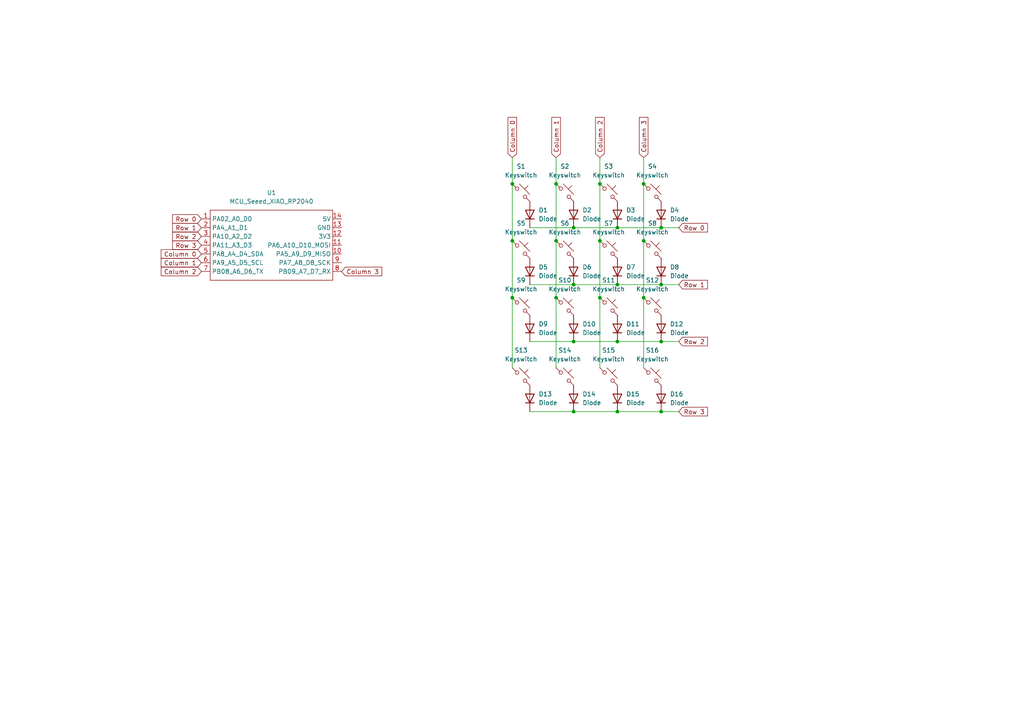
<source format=kicad_sch>
(kicad_sch (version 20250114) (generator "eeschema") (generator_version "9.0")
  (paper "A4")
  (lib_symbols
    (symbol "ScottoKeebs:MCU_Seeed_XIAO_RP2040"
      (property "Reference" "U" (at -16.51 11.43 0))
      (property "Value" "MCU_Seeed_XIAO_RP2040" (at -3.81 -11.43 0))
      (symbol "MCU_Seeed_XIAO_RP2040_0_1"
        (rectangle (start -16.51 10.16) (end 19.05 -10.16))
      )
      (symbol "MCU_Seeed_XIAO_RP2040_1_1"
        (pin passive line (at -19.05 7.62 0) (length 2.54) (name "PA02_A0_D0") (number "1"))
        (pin passive line (at -19.05 5.08 0) (length 2.54) (name "PA4_A1_D1") (number "2"))
        (pin passive line (at -19.05 2.54 0) (length 2.54) (name "PA10_A2_D2") (number "3"))
        (pin passive line (at -19.05 0 0) (length 2.54) (name "PA11_A3_D3") (number "4"))
        (pin passive line (at -19.05 -2.54 0) (length 2.54) (name "PA8_A4_D4_SDA") (number "5"))
        (pin passive line (at -19.05 -5.08 0) (length 2.54) (name "PA9_A5_D5_SCL") (number "6"))
        (pin passive line (at -19.05 -7.62 0) (length 2.54) (name "PB08_A6_D6_TX") (number "7"))
        (pin passive line (at 21.59 7.62 180) (length 2.54) (name "5V") (number "14"))
        (pin passive line (at 21.59 5.08 180) (length 2.54) (name "GND") (number "13"))
        (pin passive line (at 21.59 2.54 180) (length 2.54) (name "3V3") (number "12"))
        (pin passive line (at 21.59 0 180) (length 2.54) (name "PA6_A10_D10_MOSI") (number "11"))
        (pin passive line (at 21.59 -2.54 180) (length 2.54) (name "PA5_A9_D9_MISO") (number "10"))
        (pin passive line (at 21.59 -5.08 180) (length 2.54) (name "PA7_A8_D8_SCK") (number "9"))
        (pin passive line (at 21.59 -7.62 180) (length 2.54) (name "PB09_A7_D7_RX") (number "8"))
      )
    )
    (symbol "ScottoKeebs:Placeholder_Diode" (pin_numbers (hide yes)) (pin_names (hide yes))
      (property "Reference" "D" (at 0 2.54 0))
      (property "Value" "Diode" (at 0 -2.54 0))
      (symbol "Placeholder_Diode_0_1"
        (polyline (pts (xy -1.27 1.27) (xy -1.27 -1.27)) (stroke (width 0.254)))
        (polyline (pts (xy 1.27 1.27) (xy 1.27 -1.27) (xy -1.27 0) (xy 1.27 1.27)) (stroke (width 0.254)))
        (polyline (pts (xy 1.27 0) (xy -1.27 0)))
      )
      (symbol "Placeholder_Diode_1_1"
        (pin passive line (at -3.81 0 0) (length 2.54) (name "K") (number "1"))
        (pin passive line (at 3.81 0 180) (length 2.54) (name "A") (number "2"))
      )
    )
    (symbol "ScottoKeebs:Placeholder_Keyswitch" (pin_numbers (hide yes)) (pin_names (offset 1.016) (hide yes))
      (property "Reference" "S" (at 3.048 1.016 0))
      (property "Value" "Keyswitch" (at 0 -3.81 0))
      (symbol "Placeholder_Keyswitch_0_1"
        (polyline (pts (xy -2.54 2.54) (xy -1.524 1.524) (xy -1.524 1.524)))
        (circle (center -1.1684 1.1684) (radius 0.508))
        (polyline (pts (xy -0.508 2.54) (xy 2.54 -0.508)))
        (polyline (pts (xy 1.016 1.016) (xy 2.032 2.032)))
        (circle (center 1.143 -1.1938) (radius 0.508))
        (polyline (pts (xy 1.524 -1.524) (xy 2.54 -2.54) (xy 2.54 -2.54) (xy 2.54 -2.54)))
        (pin passive line (at -2.54 2.54 0) (length 0) (name "1") (number "1"))
        (pin passive line (at 2.54 -2.54 180) (length 0) (name "2") (number "2"))
      )
    )
  )
  (junction (at 173.99 86.36))
  (junction (at 179.07 82.55))
  (junction (at 173.99 69.85))
  (junction (at 166.37 119.38))
  (junction (at 161.29 53.34))
  (junction (at 148.59 86.36))
  (junction (at 186.69 53.34))
  (junction (at 179.07 66.04))
  (junction (at 148.59 69.85))
  (junction (at 148.59 53.34))
  (junction (at 191.77 82.55))
  (junction (at 191.77 119.38))
  (junction (at 161.29 86.36))
  (junction (at 166.37 99.06))
  (junction (at 186.69 69.85))
  (junction (at 191.77 66.04))
  (junction (at 186.69 86.36))
  (junction (at 191.77 99.06))
  (junction (at 166.37 66.04))
  (junction (at 166.37 82.55))
  (junction (at 173.99 53.34))
  (junction (at 161.29 69.85))
  (junction (at 179.07 99.06))
  (junction (at 179.07 119.38))
  (wire (pts (xy 186.69 45.72) (xy 186.69 53.34)))
  (wire (pts (xy 196.85 82.55) (xy 191.77 82.55)))
  (wire (pts (xy 196.85 119.38) (xy 191.77 119.38)))
  (wire (pts (xy 148.59 53.34) (xy 148.59 69.85)))
  (wire (pts (xy 148.59 69.85) (xy 148.59 86.36)))
  (wire (pts (xy 179.07 82.55) (xy 191.77 82.55)))
  (wire (pts (xy 186.69 53.34) (xy 186.69 69.85)))
  (wire (pts (xy 173.99 53.34) (xy 173.99 69.85)))
  (wire (pts (xy 161.29 45.72) (xy 161.29 53.34)))
  (wire (pts (xy 153.67 82.55) (xy 166.37 82.55)))
  (wire (pts (xy 148.59 45.72) (xy 148.59 53.34)))
  (wire (pts (xy 166.37 99.06) (xy 179.07 99.06)))
  (wire (pts (xy 179.07 66.04) (xy 191.77 66.04)))
  (wire (pts (xy 166.37 66.04) (xy 179.07 66.04)))
  (wire (pts (xy 161.29 53.34) (xy 161.29 69.85)))
  (wire (pts (xy 161.29 69.85) (xy 161.29 86.36)))
  (wire (pts (xy 173.99 45.72) (xy 173.99 53.34)))
  (wire (pts (xy 173.99 86.36) (xy 173.99 106.68)))
  (wire (pts (xy 179.07 119.38) (xy 191.77 119.38)))
  (wire (pts (xy 186.69 86.36) (xy 186.69 106.68)))
  (wire (pts (xy 179.07 99.06) (xy 191.77 99.06)))
  (wire (pts (xy 186.69 69.85) (xy 186.69 86.36)))
  (wire (pts (xy 161.29 86.36) (xy 161.29 106.68)))
  (wire (pts (xy 166.37 119.38) (xy 179.07 119.38)))
  (wire (pts (xy 148.59 86.36) (xy 148.59 106.68)))
  (wire (pts (xy 173.99 69.85) (xy 173.99 86.36)))
  (wire (pts (xy 166.37 82.55) (xy 179.07 82.55)))
  (wire (pts (xy 153.67 99.06) (xy 166.37 99.06)))
  (wire (pts (xy 153.67 66.04) (xy 166.37 66.04)))
  (wire (pts (xy 196.85 99.06) (xy 191.77 99.06)))
  (wire (pts (xy 196.85 66.04) (xy 191.77 66.04)))
  (wire (pts (xy 153.67 119.38) (xy 166.37 119.38)))
  (global_label "Row 0" (shape input) (at 196.85 66.04 0) (property "Intersheetrefs" "${INTERSHEET_REFS}" (effects (hide yes))))
  (global_label "Column 1" (shape input) (at 58.42 76.2 180) (property "Intersheetrefs" "${INTERSHEET_REFS}" (effects (hide yes))))
  (global_label "Row 1" (shape input) (at 58.42 66.04 180) (property "Intersheetrefs" "${INTERSHEET_REFS}" (effects (hide yes))))
  (global_label "Column 3" (shape input) (at 99.06 78.74 0) (property "Intersheetrefs" "${INTERSHEET_REFS}" (effects (hide yes))))
  (global_label "Column 1" (shape input) (at 161.29 45.72 90) (property "Intersheetrefs" "${INTERSHEET_REFS}" (effects (hide yes))))
  (global_label "Column 0" (shape input) (at 58.42 73.66 180) (property "Intersheetrefs" "${INTERSHEET_REFS}" (effects (hide yes))))
  (global_label "Column 2" (shape input) (at 173.99 45.72 90) (property "Intersheetrefs" "${INTERSHEET_REFS}" (effects (hide yes))))
  (global_label "Column 2" (shape input) (at 58.42 78.74 180) (property "Intersheetrefs" "${INTERSHEET_REFS}" (effects (hide yes))))
  (global_label "Row 3" (shape input) (at 58.42 71.12 180) (property "Intersheetrefs" "${INTERSHEET_REFS}" (effects (hide yes))))
  (global_label "Row 2" (shape input) (at 58.42 68.58 180) (property "Intersheetrefs" "${INTERSHEET_REFS}" (effects (hide yes))))
  (global_label "Row 2" (shape input) (at 196.85 99.06 0) (property "Intersheetrefs" "${INTERSHEET_REFS}" (effects (hide yes))))
  (global_label "Row 0" (shape input) (at 58.42 63.5 180) (property "Intersheetrefs" "${INTERSHEET_REFS}" (effects (hide yes))))
  (global_label "Column 3" (shape input) (at 186.69 45.72 90) (property "Intersheetrefs" "${INTERSHEET_REFS}" (effects (hide yes))))
  (global_label "Column 0" (shape input) (at 148.59 45.72 90) (property "Intersheetrefs" "${INTERSHEET_REFS}" (effects (hide yes))))
  (global_label "Row 3" (shape input) (at 196.85 119.38 0) (property "Intersheetrefs" "${INTERSHEET_REFS}" (effects (hide yes))))
  (global_label "Row 1" (shape input) (at 196.85 82.55 0) (property "Intersheetrefs" "${INTERSHEET_REFS}" (effects (hide yes))))
  (symbol (lib_id "ScottoKeebs:Placeholder_Keyswitch") (at 151.13 72.39 0) (unit 1)
    (property "Reference" "S5" (at 151.13 64.77 0))
    (property "Value" "Keyswitch" (at 151.13 67.31 0))
    (property "Footprint" "ScottoKeebs_MX:MX_PCB_1.00u" (effects (hide yes)))
    (property "Description" "Push button switch, normally open, two pins, 45° tilted" (effects (hide yes)))
  )
  (symbol (lib_id "ScottoKeebs:Placeholder_Keyswitch") (at 151.13 109.22 0) (unit 1)
    (property "Reference" "S13" (at 151.13 101.6 0))
    (property "Value" "Keyswitch" (at 151.13 104.14 0))
    (property "Footprint" "ScottoKeebs_MX:MX_PCB_1.00u" (effects (hide yes)))
    (property "Description" "Push button switch, normally open, two pins, 45° tilted" (effects (hide yes)))
  )
  (symbol (lib_id "ScottoKeebs:Placeholder_Keyswitch") (at 176.53 72.39 0) (unit 1)
    (property "Reference" "S7" (at 176.53 64.77 0))
    (property "Value" "Keyswitch" (at 176.53 67.31 0))
    (property "Footprint" "ScottoKeebs_MX:MX_PCB_1.00u" (effects (hide yes)))
    (property "Description" "Push button switch, normally open, two pins, 45° tilted" (effects (hide yes)))
  )
  (symbol (lib_id "ScottoKeebs:Placeholder_Diode") (at 191.77 78.74 90) (unit 1)
    (property "Reference" "D8" (at 194.31 77.4699 90) (effects (justify right)))
    (property "Value" "Diode" (at 194.31 80.0099 90) (effects (justify right)))
    (property "Footprint" "ScottoKeebs_Components:Diode_DO-35" (effects (hide yes)))
    (property "Description" "1N4148 (DO-35) or 1N4148W (SOD-123)" (effects (hide yes)))
    (property "Sim.Device" "D" (effects (hide yes)))
    (property "Sim.Pins" "1=K 2=A" (effects (hide yes)))
  )
  (symbol (lib_id "ScottoKeebs:Placeholder_Keyswitch") (at 189.23 88.9 0) (unit 1)
    (property "Reference" "S12" (at 189.23 81.28 0))
    (property "Value" "Keyswitch" (at 189.23 83.82 0))
    (property "Footprint" "ScottoKeebs_MX:MX_PCB_1.00u" (effects (hide yes)))
    (property "Description" "Push button switch, normally open, two pins, 45° tilted" (effects (hide yes)))
  )
  (symbol (lib_id "ScottoKeebs:Placeholder_Diode") (at 179.07 115.57 90) (unit 1)
    (property "Reference" "D15" (at 181.61 114.2999 90) (effects (justify right)))
    (property "Value" "Diode" (at 181.61 116.8399 90) (effects (justify right)))
    (property "Footprint" "ScottoKeebs_Components:Diode_DO-35" (effects (hide yes)))
    (property "Description" "1N4148 (DO-35) or 1N4148W (SOD-123)" (effects (hide yes)))
    (property "Sim.Device" "D" (effects (hide yes)))
    (property "Sim.Pins" "1=K 2=A" (effects (hide yes)))
  )
  (symbol (lib_id "ScottoKeebs:Placeholder_Keyswitch") (at 163.83 88.9 0) (unit 1)
    (property "Reference" "S10" (at 163.83 81.28 0))
    (property "Value" "Keyswitch" (at 163.83 83.82 0))
    (property "Footprint" "ScottoKeebs_MX:MX_PCB_1.00u" (effects (hide yes)))
    (property "Description" "Push button switch, normally open, two pins, 45° tilted" (effects (hide yes)))
  )
  (symbol (lib_id "ScottoKeebs:Placeholder_Keyswitch") (at 163.83 72.39 0) (unit 1)
    (property "Reference" "S6" (at 163.83 64.77 0))
    (property "Value" "Keyswitch" (at 163.83 67.31 0))
    (property "Footprint" "ScottoKeebs_MX:MX_PCB_1.00u" (effects (hide yes)))
    (property "Description" "Push button switch, normally open, two pins, 45° tilted" (effects (hide yes)))
  )
  (symbol (lib_id "ScottoKeebs:Placeholder_Diode") (at 191.77 62.23 90) (unit 1)
    (property "Reference" "D4" (at 194.31 60.9599 90) (effects (justify right)))
    (property "Value" "Diode" (at 194.31 63.4999 90) (effects (justify right)))
    (property "Footprint" "ScottoKeebs_Components:Diode_DO-35" (effects (hide yes)))
    (property "Description" "1N4148 (DO-35) or 1N4148W (SOD-123)" (effects (hide yes)))
    (property "Sim.Device" "D" (effects (hide yes)))
    (property "Sim.Pins" "1=K 2=A" (effects (hide yes)))
  )
  (symbol (lib_id "ScottoKeebs:Placeholder_Diode") (at 153.67 95.25 90) (unit 1)
    (property "Reference" "D9" (at 156.21 93.9799 90) (effects (justify right)))
    (property "Value" "Diode" (at 156.21 96.5199 90) (effects (justify right)))
    (property "Footprint" "ScottoKeebs_Components:Diode_DO-35" (effects (hide yes)))
    (property "Description" "1N4148 (DO-35) or 1N4148W (SOD-123)" (effects (hide yes)))
    (property "Sim.Device" "D" (effects (hide yes)))
    (property "Sim.Pins" "1=K 2=A" (effects (hide yes)))
  )
  (symbol (lib_id "ScottoKeebs:Placeholder_Keyswitch") (at 176.53 55.88 0) (unit 1)
    (property "Reference" "S3" (at 176.53 48.26 0))
    (property "Value" "Keyswitch" (at 176.53 50.8 0))
    (property "Footprint" "ScottoKeebs_MX:MX_PCB_1.00u" (effects (hide yes)))
    (property "Description" "Push button switch, normally open, two pins, 45° tilted" (effects (hide yes)))
  )
  (symbol (lib_id "ScottoKeebs:Placeholder_Diode") (at 153.67 62.23 90) (unit 1)
    (property "Reference" "D1" (at 156.21 60.9599 90) (effects (justify right)))
    (property "Value" "Diode" (at 156.21 63.4999 90) (effects (justify right)))
    (property "Footprint" "ScottoKeebs_Components:Diode_DO-35" (effects (hide yes)))
    (property "Description" "1N4148 (DO-35) or 1N4148W (SOD-123)" (effects (hide yes)))
    (property "Sim.Device" "D" (effects (hide yes)))
    (property "Sim.Pins" "1=K 2=A" (effects (hide yes)))
  )
  (symbol (lib_id "ScottoKeebs:Placeholder_Diode") (at 179.07 95.25 90) (unit 1)
    (property "Reference" "D11" (at 181.61 93.9799 90) (effects (justify right)))
    (property "Value" "Diode" (at 181.61 96.5199 90) (effects (justify right)))
    (property "Footprint" "ScottoKeebs_Components:Diode_DO-35" (effects (hide yes)))
    (property "Description" "1N4148 (DO-35) or 1N4148W (SOD-123)" (effects (hide yes)))
    (property "Sim.Device" "D" (effects (hide yes)))
    (property "Sim.Pins" "1=K 2=A" (effects (hide yes)))
  )
  (symbol (lib_id "ScottoKeebs:Placeholder_Keyswitch") (at 151.13 55.88 0) (unit 1)
    (property "Reference" "S1" (at 151.13 48.26 0))
    (property "Value" "Keyswitch" (at 151.13 50.8 0))
    (property "Footprint" "ScottoKeebs_MX:MX_PCB_1.00u" (effects (hide yes)))
    (property "Description" "Push button switch, normally open, two pins, 45° tilted" (effects (hide yes)))
  )
  (symbol (lib_id "ScottoKeebs:Placeholder_Keyswitch") (at 176.53 88.9 0) (unit 1)
    (property "Reference" "S11" (at 176.53 81.28 0))
    (property "Value" "Keyswitch" (at 176.53 83.82 0))
    (property "Footprint" "ScottoKeebs_MX:MX_PCB_1.00u" (effects (hide yes)))
    (property "Description" "Push button switch, normally open, two pins, 45° tilted" (effects (hide yes)))
  )
  (symbol (lib_id "ScottoKeebs:Placeholder_Diode") (at 191.77 95.25 90) (unit 1)
    (property "Reference" "D12" (at 194.31 93.9799 90) (effects (justify right)))
    (property "Value" "Diode" (at 194.31 96.5199 90) (effects (justify right)))
    (property "Footprint" "ScottoKeebs_Components:Diode_DO-35" (effects (hide yes)))
    (property "Description" "1N4148 (DO-35) or 1N4148W (SOD-123)" (effects (hide yes)))
    (property "Sim.Device" "D" (effects (hide yes)))
    (property "Sim.Pins" "1=K 2=A" (effects (hide yes)))
  )
  (symbol (lib_id "ScottoKeebs:MCU_Seeed_XIAO_RP2040") (at 77.47 71.12 0) (unit 1)
    (property "Reference" "U1" (at 78.74 55.88 0))
    (property "Value" "MCU_Seeed_XIAO_RP2040" (at 78.74 58.42 0))
    (property "Footprint" "ScottoKeebs_MCU:Seeed_XIAO_RP2040" (effects (hide yes)))
  )
  (symbol (lib_id "ScottoKeebs:Placeholder_Keyswitch") (at 151.13 88.9 0) (unit 1)
    (property "Reference" "S9" (at 151.13 81.28 0))
    (property "Value" "Keyswitch" (at 151.13 83.82 0))
    (property "Footprint" "ScottoKeebs_MX:MX_PCB_1.00u" (effects (hide yes)))
    (property "Description" "Push button switch, normally open, two pins, 45° tilted" (effects (hide yes)))
  )
  (symbol (lib_id "ScottoKeebs:Placeholder_Diode") (at 166.37 115.57 90) (unit 1)
    (property "Reference" "D14" (at 168.91 114.2999 90) (effects (justify right)))
    (property "Value" "Diode" (at 168.91 116.8399 90) (effects (justify right)))
    (property "Footprint" "ScottoKeebs_Components:Diode_DO-35" (effects (hide yes)))
    (property "Description" "1N4148 (DO-35) or 1N4148W (SOD-123)" (effects (hide yes)))
    (property "Sim.Device" "D" (effects (hide yes)))
    (property "Sim.Pins" "1=K 2=A" (effects (hide yes)))
  )
  (symbol (lib_id "ScottoKeebs:Placeholder_Diode") (at 179.07 78.74 90) (unit 1)
    (property "Reference" "D7" (at 181.61 77.4699 90) (effects (justify right)))
    (property "Value" "Diode" (at 181.61 80.0099 90) (effects (justify right)))
    (property "Footprint" "ScottoKeebs_Components:Diode_DO-35" (effects (hide yes)))
    (property "Description" "1N4148 (DO-35) or 1N4148W (SOD-123)" (effects (hide yes)))
    (property "Sim.Device" "D" (effects (hide yes)))
    (property "Sim.Pins" "1=K 2=A" (effects (hide yes)))
  )
  (symbol (lib_id "ScottoKeebs:Placeholder_Keyswitch") (at 189.23 72.39 0) (unit 1)
    (property "Reference" "S8" (at 189.23 64.77 0))
    (property "Value" "Keyswitch" (at 189.23 67.31 0))
    (property "Footprint" "ScottoKeebs_MX:MX_PCB_1.00u" (effects (hide yes)))
    (property "Description" "Push button switch, normally open, two pins, 45° tilted" (effects (hide yes)))
  )
  (symbol (lib_id "ScottoKeebs:Placeholder_Keyswitch") (at 189.23 55.88 0) (unit 1)
    (property "Reference" "S4" (at 189.23 48.26 0))
    (property "Value" "Keyswitch" (at 189.23 50.8 0))
    (property "Footprint" "ScottoKeebs_MX:MX_PCB_1.00u" (effects (hide yes)))
    (property "Description" "Push button switch, normally open, two pins, 45° tilted" (effects (hide yes)))
  )
  (symbol (lib_id "ScottoKeebs:Placeholder_Diode") (at 166.37 78.74 90) (unit 1)
    (property "Reference" "D6" (at 168.91 77.4699 90) (effects (justify right)))
    (property "Value" "Diode" (at 168.91 80.0099 90) (effects (justify right)))
    (property "Footprint" "ScottoKeebs_Components:Diode_DO-35" (effects (hide yes)))
    (property "Description" "1N4148 (DO-35) or 1N4148W (SOD-123)" (effects (hide yes)))
    (property "Sim.Device" "D" (effects (hide yes)))
    (property "Sim.Pins" "1=K 2=A" (effects (hide yes)))
  )
  (symbol (lib_id "ScottoKeebs:Placeholder_Diode") (at 153.67 115.57 90) (unit 1)
    (property "Reference" "D13" (at 156.21 114.2999 90) (effects (justify right)))
    (property "Value" "Diode" (at 156.21 116.8399 90) (effects (justify right)))
    (property "Footprint" "ScottoKeebs_Components:Diode_DO-35" (effects (hide yes)))
    (property "Description" "1N4148 (DO-35) or 1N4148W (SOD-123)" (effects (hide yes)))
    (property "Sim.Device" "D" (effects (hide yes)))
    (property "Sim.Pins" "1=K 2=A" (effects (hide yes)))
  )
  (symbol (lib_id "ScottoKeebs:Placeholder_Diode") (at 179.07 62.23 90) (unit 1)
    (property "Reference" "D3" (at 181.61 60.9599 90) (effects (justify right)))
    (property "Value" "Diode" (at 181.61 63.4999 90) (effects (justify right)))
    (property "Footprint" "ScottoKeebs_Components:Diode_DO-35" (effects (hide yes)))
    (property "Description" "1N4148 (DO-35) or 1N4148W (SOD-123)" (effects (hide yes)))
    (property "Sim.Device" "D" (effects (hide yes)))
    (property "Sim.Pins" "1=K 2=A" (effects (hide yes)))
  )
  (symbol (lib_id "ScottoKeebs:Placeholder_Keyswitch") (at 176.53 109.22 0) (unit 1)
    (property "Reference" "S15" (at 176.53 101.6 0))
    (property "Value" "Keyswitch" (at 176.53 104.14 0))
    (property "Footprint" "ScottoKeebs_MX:MX_PCB_1.00u" (effects (hide yes)))
    (property "Description" "Push button switch, normally open, two pins, 45° tilted" (effects (hide yes)))
  )
  (symbol (lib_id "ScottoKeebs:Placeholder_Diode") (at 166.37 62.23 90) (unit 1)
    (property "Reference" "D2" (at 168.91 60.9599 90) (effects (justify right)))
    (property "Value" "Diode" (at 168.91 63.4999 90) (effects (justify right)))
    (property "Footprint" "ScottoKeebs_Components:Diode_DO-35" (effects (hide yes)))
    (property "Description" "1N4148 (DO-35) or 1N4148W (SOD-123)" (effects (hide yes)))
    (property "Sim.Device" "D" (effects (hide yes)))
    (property "Sim.Pins" "1=K 2=A" (effects (hide yes)))
  )
  (symbol (lib_id "ScottoKeebs:Placeholder_Keyswitch") (at 189.23 109.22 0) (unit 1)
    (property "Reference" "S16" (at 189.23 101.6 0))
    (property "Value" "Keyswitch" (at 189.23 104.14 0))
    (property "Footprint" "ScottoKeebs_MX:MX_PCB_1.00u" (effects (hide yes)))
    (property "Description" "Push button switch, normally open, two pins, 45° tilted" (effects (hide yes)))
  )
  (symbol (lib_id "ScottoKeebs:Placeholder_Keyswitch") (at 163.83 109.22 0) (unit 1)
    (property "Reference" "S14" (at 163.83 101.6 0))
    (property "Value" "Keyswitch" (at 163.83 104.14 0))
    (property "Footprint" "ScottoKeebs_MX:MX_PCB_1.00u" (effects (hide yes)))
    (property "Description" "Push button switch, normally open, two pins, 45° tilted" (effects (hide yes)))
  )
  (symbol (lib_id "ScottoKeebs:Placeholder_Diode") (at 153.67 78.74 90) (unit 1)
    (property "Reference" "D5" (at 156.21 77.4699 90) (effects (justify right)))
    (property "Value" "Diode" (at 156.21 80.0099 90) (effects (justify right)))
    (property "Footprint" "ScottoKeebs_Components:Diode_DO-35" (effects (hide yes)))
    (property "Description" "1N4148 (DO-35) or 1N4148W (SOD-123)" (effects (hide yes)))
    (property "Sim.Device" "D" (effects (hide yes)))
    (property "Sim.Pins" "1=K 2=A" (effects (hide yes)))
  )
  (symbol (lib_id "ScottoKeebs:Placeholder_Keyswitch") (at 163.83 55.88 0) (unit 1)
    (property "Reference" "S2" (at 163.83 48.26 0))
    (property "Value" "Keyswitch" (at 163.83 50.8 0))
    (property "Footprint" "ScottoKeebs_MX:MX_PCB_1.00u" (effects (hide yes)))
    (property "Description" "Push button switch, normally open, two pins, 45° tilted" (effects (hide yes)))
  )
  (symbol (lib_id "ScottoKeebs:Placeholder_Diode") (at 191.77 115.57 90) (unit 1)
    (property "Reference" "D16" (at 194.31 114.2999 90) (effects (justify right)))
    (property "Value" "Diode" (at 194.31 116.8399 90) (effects (justify right)))
    (property "Footprint" "ScottoKeebs_Components:Diode_DO-35" (effects (hide yes)))
    (property "Description" "1N4148 (DO-35) or 1N4148W (SOD-123)" (effects (hide yes)))
    (property "Sim.Device" "D" (effects (hide yes)))
    (property "Sim.Pins" "1=K 2=A" (effects (hide yes)))
  )
  (symbol (lib_id "ScottoKeebs:Placeholder_Diode") (at 166.37 95.25 90) (unit 1)
    (property "Reference" "D10" (at 168.91 93.9799 90) (effects (justify right)))
    (property "Value" "Diode" (at 168.91 96.5199 90) (effects (justify right)))
    (property "Footprint" "ScottoKeebs_Components:Diode_DO-35" (effects (hide yes)))
    (property "Description" "1N4148 (DO-35) or 1N4148W (SOD-123)" (effects (hide yes)))
    (property "Sim.Device" "D" (effects (hide yes)))
    (property "Sim.Pins" "1=K 2=A" (effects (hide yes)))
  )
)
</source>
